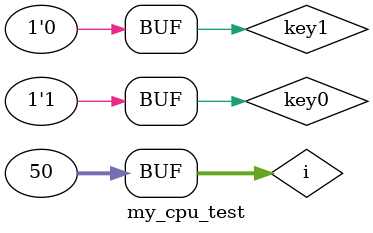
<source format=v>

`timescale 1ns/100ps
`include "../src/defines.h"

module my_cpu_test;

    reg key0;
    reg key1;
    reg key2;
    reg key3;
    reg clk;
    reg  [3:0]	key_in_y;		//用于外接矩阵键盘
    wire [3:0]	key_out_x;		//用于外接矩阵键盘
    wire [3:0] 	led;				//FPGA开发板上LED3~LED0
    wire [5:0]   seg_sel;			//用于6位数码管显示
    wire [7:0]	seg_data;		//用于6位数码管显示
    wire [15:0]	led_out;			//外接16个LED灯

    my_cpu u_mycpu
           (
               key0,				//FPGA开发板上RESET键，默认为逻辑1
               key1,				//FPGA开发板上KEY1键，默认为逻辑1
               key2,				//FPGA开发板上KEY2键，默认为逻辑1
               key3,				//FPGA开发板上KEY3键，默认为逻辑1
               clk,				//FPGA开发板上50M时钟信号
               key_in_y,		//用于外接矩阵键盘
               key_out_x,		//用于外接矩阵键盘
               led,				//FPGA开发板上LED3~LED0
               seg_sel,			//用于6位数码管显示
               seg_data,		//用于6位数码管显示
               led_out			//外接16个LED灯
               //output 			c_out
           );

    integer i;
    initial begin


        key0 = 1;key1 = 1;
        # 100;
        key0 = 0;
		  #100;
		  key0 = 1;
		  #100;
		  key1=0;
        #100;


        for (i = 0; i < 50; i=i+1) begin
            key1 =  ~key1;
            #100;
        end


//	#100;
//	for (i = 0; i < 24; i=i+1) begin
//		key3 =  ~key3;
//		#100;
//	end
//	addr = 0;
//	#100;
//	addr=1;
//	#100;
//	addr=2;
//	#100;
//	addr=3;
//	#100;

    end

endmodule

</source>
